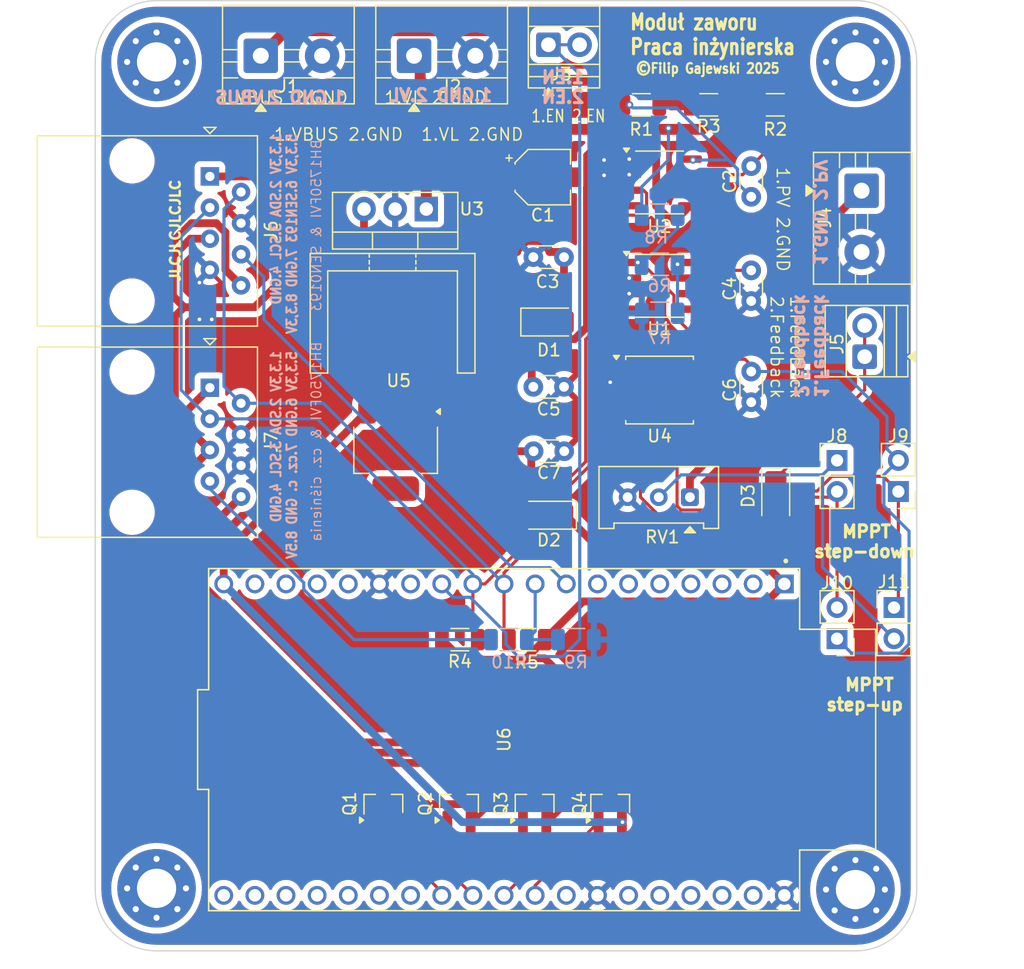
<source format=kicad_pcb>
(kicad_pcb (version 20241229) (generator "pcbnew") (generator_version "9.0")
  (layers (0 "F.Cu" signal) (2 "B.Cu" signal) (13 "F.Paste" user) (15 "B.Paste" user) (5 "F.SilkS" user "F.Silkscreen") (7 "B.SilkS" user "B.Silkscreen") (1 "F.Mask" user) (3 "B.Mask" user) (25 "Edge.Cuts" user))
  (net 0 "")
  (net 1 "Net-(U2-IN+)")
  (net 2 "Net-(U2-IN-)")
  (net 3 "Vref")
  (net 4 "GND")
  (net 5 "Net-(U1-REF)")
  (net 6 "+5V")
  (net 7 "Net-(D2-A)")
  (net 8 "+3.3V")
  (net 9 "PV")
  (net 10 "/SEN0193_WYJŚCIE")
  (net 11 "SCL")
  (net 12 "SDA")
  (net 13 "Net-(D3-A)")
  (net 14 "/Czujnik ciśnienia output")
  (net 15 "Net-(D3-K)")
  (net 16 "VBUS")
  (net 28 "Net-(Q1-S)")
  (net 39 "Net-(Q2-S)")
  (net 42 "Net-(D1-A)")
  (net 43 "VL")
  (net 45 "V_pot")
  (net 46 "Net-(J10-Pin_2)")
  (net 47 "Net-(J11-Pin_1)")
  (net 48 "Net-(Q3-S)")
  (net 49 "Net-(Q4-S)")
  (net 50 "BH1750(1)_POWER")
  (net 51 "SEN193_POWER")
  (net 52 "czujnik_cisnienia_POWER")
  (net 53 "BH1750(2)_POWER")
  (net 54 "Net-(J3-Pin_1)")
  (net 55 "Net-(J7-Pad7)")
  (footprint "Connector_PinHeader_2.54mm:PinHeader_1x02_P2.54mm_Vertical" (layer "F.Cu") (at 233 94.54 180)
    (property "Reference" "J9")
    (property "Value" "Conn_01x02_Pin")
  )
  (footprint "TerminalBlock:TerminalBlock_MaiXu_MX126-5.0-02P_1x02_P5.00mm" (layer "F.Cu") (at 181 59)
    (property "Reference" "J1")
    (property "Value" "Screw_Terminal_01x02")
  )
  (footprint "Package_TO_SOT_THT:TO-220-3_Vertical" (layer "F.Cu") (at 194.5 71.5 180)
    (property "Reference" "U3")
    (property "Value" "L7805")
  )
  (footprint "Package_SO:SOIC-8_3.9x4.9mm_P1.27mm" (layer "F.Cu") (at 213.525 69.33)
    (property "Reference" "U2")
    (property "Value" "INA219AxD")
  )
  (footprint "Resistor_SMD:R_1206_3216Metric" (layer "F.Cu") (at 197.2375 106.61875)
    (property "Reference" "R4")
    (property "Value" "3k3")
  )
  (footprint "Connector_PinHeader_2.54mm:PinHeader_1x02_P2.54mm_Vertical" (layer "F.Cu") (at 228 92)
    (property "Reference" "J8")
    (property "Value" "Conn_01x02_Pin")
  )
  (footprint "Connector_PinHeader_2.54mm:PinHeader_1x02_P2.54mm_Vertical" (layer "F.Cu") (at 228 106.54 180)
    (property "Reference" "J10")
    (property "Value" "Conn_01x02_Pin")
  )
  (footprint "MountingHole:MountingHole_3.2mm_M3_Pad_Via" (layer "F.Cu") (at 172.5 59.5)
    (property "Reference" "REF**" (hide yes))
    (property "Value" "MountingHole_3.2mm_M3_Pad_Via")
  )
  (footprint "Capacitor_THT:C_Disc_D3.0mm_W1.6mm_P2.50mm" (layer "F.Cu") (at 221 70.5 90)
    (property "Reference" "C2")
    (property "Value" "0.1u")
  )
  (footprint "Package_TO_SOT_SMD:SOT-23_Handsoldering" (layer "F.Cu") (at 209.5 120 90)
    (property "Reference" "Q4")
    (property "Value" "DN2540N5-G")
  )
  (footprint "ESP32:MODULE_ESP32-DEVKITC" (layer "F.Cu") (at 200.85 114.7725 -90)
    (property "Reference" "U6")
    (property "Value" "ESP32-DEVKITC")
  )
  (footprint "Package_TO_SOT_SMD:SOT-223" (layer "F.Cu") (at 192 91.15 -90)
    (property "Reference" "U5")
    (property "Value" "LD1117S33TR_SOT223")
  )
  (footprint "TerminalBlock:TerminalBlock_Xinya_XY308-2.54-2P_1x02_P2.54mm_Horizontal" (layer "F.Cu") (at 230.25 83.54 90)
    (property "Reference" "J5")
    (property "Value" "Screw_Terminal_01x02")
  )
  (footprint "Resistor_SMD:R_1206_3216Metric" (layer "F.Cu") (at 202.7 106.61875 180)
    (property "Reference" "R5")
    (property "Value" "3k3")
  )
  (footprint "Package_TO_SOT_SMD:SOT-23_Handsoldering" (layer "F.Cu") (at 203.333333 120 90)
    (property "Reference" "Q3")
    (property "Value" "DN2540N5-G")
  )
  (footprint "Capacitor_THT:C_Disc_D3.0mm_W1.6mm_P2.50mm" (layer "F.Cu") (at 205.73 75.422 180)
    (property "Reference" "C3")
    (property "Value" "0.1u")
  )
  (footprint "Connector_RJ:RJ45_Amphenol_54602-x08_Horizontal" (layer "F.Cu") (at 176.85 86.07 -90)
    (property "Reference" "J7")
    (property "Value" "RJ45")
  )
  (footprint "MountingHole:MountingHole_3.2mm_M3_Pad_Via" (layer "F.Cu") (at 229.5 59.5)
    (property "Reference" "REF**" (hide yes))
    (property "Value" "MountingHole_3.2mm_M3_Pad_Via")
  )
  (footprint "Resistor_SMD:R_1206_3216Metric" (layer "F.Cu") (at 217.5375 63)
    (property "Reference" "R3")
    (property "Value" "0R1")
  )
  (footprint "Potentiometer_THT:Potentiometer_Bourns_3386W_Horizontal" (layer "F.Cu") (at 216 95 180)
    (property "Reference" "RV1")
    (property "Value" "R_Potentiometer")
  )
  (footprint "TerminalBlock:TerminalBlock_MaiXu_MX126-5.0-02P_1x02_P5.00mm" (layer "F.Cu") (at 193.5 59)
    (property "Reference" "J2")
    (property "Value" "Screw_Terminal_01x02")
  )
  (footprint "Resistor_SMD:R_1206_3216Metric" (layer "F.Cu") (at 212.0375 63 180)
    (property "Reference" "R1")
    (property "Value" "10")
  )
  (footprint "Heatsink:Heatsink_Stonecold_HS-S02_13.21x9.53mm" (layer "F.Cu") (at 191.75 75.235)
    (property "Reference" "REF**" (hide yes))
    (property "Value" "Heatsink_Stonecold_HS-S02_13.21x9.53mm")
  )
  (footprint "Diode_SMD:D_1206_3216Metric" (layer "F.Cu") (at 204.46 96.47 180)
    (property "Reference" "D2")
    (property "Value" "D_Schottky" (hide yes))
  )
  (footprint "Capacitor_THT:C_Disc_D3.0mm_W1.6mm_P2.50mm" (layer "F.Cu") (at 221 84.75 -90)
    (property "Reference" "C6")
    (property "Value" "100n")
  )
  (footprint "MountingHole:MountingHole_3.2mm_M3_Pad_Via" (layer "F.Cu") (at 172.5 126.9)
    (property "Reference" "REF**" (hide yes))
    (property "Value" "MountingHole_3.2mm_M3_Pad_Via")
  )
  (footprint "TerminalBlock:TerminalBlock_Xinya_XY308-2.54-2P_1x02_P2.54mm_Horizontal" (layer "F.Cu") (at 204.46 58.1)
    (property "Reference" "J3")
    (property "Value" "Screw_Terminal_01x02")
  )
  (footprint "Package_SO:SOIC-8_3.9x4.9mm_P1.27mm" (layer "F.Cu") (at 213.525 77.761667)
    (property "Reference" "U1")
    (property "Value" "TL431D")
  )
  (footprint "Connector_PinHeader_2.54mm:PinHeader_1x02_P2.54mm_Vertical" (layer "F.Cu") (at 232.645 104)
    (property "Reference" "J11")
    (property "Value" "Conn_01x02_Pin")
  )
  (footprint "Package_SO:SOIC-8_5.3x5.3mm_P1.27mm" (layer "F.Cu") (at 213.525 86.263333)
    (property "Reference" "U4")
    (property "Value" "TLV172IDCK")
  )
  (footprint "TerminalBlock:TerminalBlock_MaiXu_MX126-5.0-02P_1x02_P5.00mm" (layer "F.Cu") (at 230 70 -90)
    (property "Reference" "J4")
    (property "Value" "Screw_Terminal_01x02")
  )
  (footprint "Diode_SMD:D_1206_3216Metric" (layer "F.Cu") (at 223 94.9 -90)
    (property "Reference" "D3")
    (property "Value" "D_Schottky")
  )
  (footprint "Capacitor_THT:C_Disc_D3.0mm_W1.6mm_P2.50mm" (layer "F.Cu") (at 203.25 91.25)
    (property "Reference" "C7")
    (property "Value" "0.1u")
  )
  (footprint "Capacitor_THT:C_Disc_D3.0mm_W1.6mm_P2.50mm" (layer "F.Cu") (at 203.23 86)
    (property "Reference" "C5")
    (property "Value" "0.1u")
  )
  (footprint "Package_TO_SOT_SMD:SOT-23_Handsoldering" (layer "F.Cu") (at 191 120 90)
    (property "Reference" "Q1")
    (property "Value" "DN2540N5-G")
  )
  (footprint "Diode_SMD:D_1206_3216Metric" (layer "F.Cu") (at 204.5 80.714)
    (property "Reference" "D1")
    (property "Value" "D_Schottky")
  )
  (footprint "MountingHole:MountingHole_3.2mm_M3_Pad_Via" (layer "F.Cu") (at 229.5 127)
    (property "Reference" "REF**" (hide yes))
    (property "Value" "MountingHole_3.2mm_M3_Pad_Via")
  )
  (footprint "Package_TO_SOT_SMD:SOT-23_Handsoldering" (layer "F.Cu") (at 197.166667 120 90)
    (property "Reference" "Q2")
    (property "Value" "DN2540N5-G")
  )
  (footprint "Resistor_SMD:R_1206_3216Metric" (layer "F.Cu") (at 222.9625 63)
    (property "Reference" "R2")
    (property "Value" "10")
  )
  (footprint "Capacitor_SMD:CP_Elec_4x5.4" (layer "F.Cu") (at 204 68.9)
    (property "Reference" "C1")
    (property "Value" "0.33u")
  )
  (footprint "Capacitor_THT:C_Disc_D3.0mm_W1.6mm_P2.50mm" (layer "F.Cu") (at 221 76.5 -90)
    (property "Reference" "C4")
    (property "Value" "0.1u")
  )
  (footprint "Connector_RJ:RJ45_Amphenol_54602-x08_Horizontal" (layer "F.Cu") (at 176.85 68.84 -90)
    (property "Reference" "J6")
    (property "Value" "RJ45")
  )
  (footprint "Resistor_SMD:R_1206_3216Metric" (layer "B.Cu") (at 206.7 106.61875)
    (property "Reference" "R9")
    (property "Value" "R")
  )
  (footprint "Resistor_SMD:R_1206_3216Metric" (layer "B.Cu") (at 213.5375 80 180)
    (property "Reference" "R7")
    (property "Value" "10k")
  )
  (footprint "Resistor_SMD:R_1206_3216Metric" (layer "B.Cu") (at 213.5375 72)
    (property "Reference" "R8")
    (property "Value" "300R")
  )
  (footprint "Resistor_SMD:R_1206_3216Metric" (layer "B.Cu") (at 201.2375 106.61875)
    (property "Reference" "R10")
    (property "Value" "R")
  )
  (footprint "Resistor_SMD:R_1206_3216Metric" (layer "B.Cu") (at 213.525 76)
    (property "Reference" "R6")
    (property "Value" "10k")
  )
  (gr_arc (start 167.5 59.5) (mid 168.964466 55.964466) (end 172.5 54.5) (stroke (width 0.1)) (layer "Edge.Cuts"))
  (gr_line (start 167.5 127) (end 167.5 59.5) (stroke (width 0.1)) (layer "Edge.Cuts"))
  (gr_line (start 229.5 132) (end 172.5 132) (stroke (width 0.1)) (layer "Edge.Cuts"))
  (gr_arc (start 229.5 54.5) (mid 233.035534 55.964466) (end 234.5 59.5) (stroke (width 0.1)) (layer "Edge.Cuts"))
  (gr_line (start 234.5 59.5) (end 234.5 127) (stroke (width 0.1)) (layer "Edge.Cuts"))
  (gr_arc (start 172.5 132) (mid 168.964466 130.535534) (end 167.5 127) (stroke (width 0.1)) (layer "Edge.Cuts"))
  (gr_arc (start 234.5 127) (mid 233.035534 130.535534) (end 229.5 132) (stroke (width 0.1)) (layer "Edge.Cuts"))
  (gr_line (start 172.5 54.5) (end 229.5 54.5) (stroke (width 0.1)) (layer "Edge.Cuts"))
  (gr_text "©Filip Gajewski 2025" (at 211.5 60.5 0) (layer "F.SilkS") (effects (font (size 0.8 0.7) (thickness 0.175) (bold yes)) (justify left bottom)))
  (gr_text "JLCJLCJLCJLC" (at 174.5 77.5 90) (layer "F.SilkS") (effects (font (size 0.8 0.8) (thickness 0.2) (bold yes)) (justify left bottom)))
  (gr_text "Moduł zaworu\nPraca inżynierska \n" (at 211 59 0) (layer "F.SilkS") (effects (font (size 1.25 1) (thickness 0.25) (bold yes)) (justify left bottom)))
  (gr_text "1.EN 2.EN\n" (at 203 64.5 0) (layer "F.SilkS") (effects (font (size 1 0.8) (thickness 0.125)) (justify left bottom)))
  (gr_text "   MPPT \nstep-down" (at 226 100 0) (layer "F.SilkS") (effects (font (size 1 1) (thickness 0.25) (bold yes)) (justify left bottom)))
  (gr_text "1.VL 2.GND" (at 194 66 0) (layer "F.SilkS") (effects (font (size 1 1) (thickness 0.125)) (justify left bottom)))
  (gr_text "  MPPT \nstep-up" (at 227 112.5 0) (layer "F.SilkS") (effects (font (size 1 1) (thickness 0.25) (bold yes)) (justify left bottom)))
  (gr_text "1.VBUS 2.GND" (at 177.5 63 0) (layer "F.SilkS") (effects (font (size 1 1) (thickness 0.125)) (justify left bottom)))
  (gr_text "1.Feedback \n2.Feedback" (at 222.5 78.5 270) (layer "F.SilkS") (effects (font (size 1 1) (thickness 0.125)) (justify left bottom)))
  (gr_text "1.VL 2.GND" (at 191 63 0) (layer "F.SilkS") (effects (font (size 1 1) (thickness 0.125)) (justify left bottom)))
  (gr_text "1.VBUS 2.GND" (at 182 66 0) (layer "F.SilkS") (effects (font (size 1 1) (thickness 0.125)) (justify left bottom)))
  (gr_text "1.PV 2.GND" (at 223 68 270) (layer "F.SilkS") (effects (font (size 1 1) (thickness 0.125)) (justify left bottom)))
  (gr_text "1.GND 2.VL " (at 200 62.8 0) (layer "B.SilkS") (effects (font (size 1 1) (thickness 0.25) (bold yes)) (justify left bottom mirror)))
  (gr_text "BH1750FVI & SEN0193" (at 186 65.75 90) (layer "B.SilkS") (effects (font (size 0.8 0.8) (thickness 0.1)) (justify left bottom mirror)))
  (gr_text "1.GND 2.PV" (at 226 76.2 270) (layer "B.SilkS") (effects (font (size 1 1) (thickness 0.25) (bold yes)) (justify left bottom mirror)))
  (gr_text "1.3,3V 2.SDA 3.SCL 4.GND\n5.3,3V 6.GND 7.cz. c. GND 8.5V	\n" (at 184 83 90) (layer "B.SilkS") (effects (font (size 0.8 0.7) (thickness 0.175) (bold yes)) (justify left bottom mirror)))
  (gr_text "1.Feedback \n2.Feedback" (at 224.5 87 270) (layer "B.SilkS") (effects (font (size 1 1) (thickness 0.25) (bold yes)) (justify left bottom mirror)))
  (gr_text "1.GND 2.VBUS" (at 188 63 0) (layer "B.SilkS") (effects (font (size 1 1) (thickness 0.25) (bold yes)) (justify left bottom mirror)))
  (gr_text "1.3,3V 2.SDA 3.SCL 4.GND\n5.3,3V 6.SEN193 7.GND 8.3,3V	\n" (at 184 65.25 90) (layer "B.SilkS") (effects (font (size 0.8 0.7) (thickness 0.175) (bold yes)) (justify left bottom mirror)))
  (gr_text "BH1750FVI & cz. ciśnienia" (at 186 82.25 90) (layer "B.SilkS") (effects (font (size 0.8 0.8) (thickness 0.1)) (justify left bottom mirror)))
  (gr_text "1.EN\n2.EN" (at 207.5 62.95 0) (layer "B.SilkS") (effects (font (size 1 1) (thickness 0.25) (bold yes)) (justify left bottom mirror)))
  (via (at 211.075 63) (size 0.6) (drill 0.3) (layers "F.Cu" "B.Cu") (net 1))
  (via (at 216.25 67.5) (size 0.6) (drill 0.3) (layers "F.Cu" "B.Cu") (net 1))
  (segment (start 219.872 68.233873) (end 219.138127 67.5) (width 0.254) (layer "B.Cu") (net 1))
  (segment (start 214.888127 63.25) (end 219.872 68.233873) (width 0.254) (layer "B.Cu") (net 1))
  (segment (start 211.075 63) (end 211.325 63.25) (width 0.254) (layer "B.Cu") (net 1))
  (segment (start 211.325 63.25) (end 214.888127 63.25) (width 0.254) (layer "B.Cu") (net 1))
  (segment (start 219.138127 67.5) (end 216.25 67.5) (width 0.254) (layer "B.Cu") (net 1))
  (segment (start 219.872 69.372) (end 219.872 68.233873) (width 0.254) (layer "B.Cu") (net 1))
  (segment (start 221 70.5) (end 219.872 69.372) (width 0.254) (layer "B.Cu") (net 1))
  (segment (start 221 68) (end 220.305 68.695) (width 0.254) (layer "F.Cu") (net 2))
  (segment (start 221 68) (end 224.425 64.575) (width 0.254) (layer "F.Cu") (net 2))
  (segment (start 224.425 64.575) (end 224.425 63.575) (width 0.254) (layer "F.Cu") (net 2))
  (segment (start 220.305 68.695) (end 216 68.695) (width 0.254) (layer "F.Cu") (net 2))
  (segment (start 220.5 83.75) (end 218.25 83.75) (width 0.254) (layer "F.Cu") (net 3))
  (segment (start 214.697 80.018817) (end 214.697 78.528668) (width 0.254) (layer "F.Cu") (net 3))
  (segment (start 221 84.75) (end 221 84.25) (width 0.254) (layer "F.Cu") (net 3))
  (segment (start 211.75 75.856667) (end 211.05 75.856667) (width 0.254) (layer "F.Cu") (net 3))
  (segment (start 214.97285 80.294667) (end 214.697 80.018817) (width 0.254) (layer "F.Cu") (net 3))
  (segment (start 218.25 83.75) (end 214.97285 80.47285) (width 0.254) (layer "F.Cu") (net 3))
  (segment (start 214.697 78.528668) (end 212.024999 75.856667) (width 0.254) (layer "F.Cu") (net 3))
  (segment (start 211.05 75.856667) (end 212.024999 75.856667) (width 0.254) (layer "F.Cu") (net 3))
  (segment (start 212.024999 75.856667) (end 211.75 75.856667) (width 0.254) (layer "F.Cu") (net 3))
  (segment (start 221 84.25) (end 220.5 83.75) (width 0.254) (layer "F.Cu") (net 3))
  (segment (start 214.97285 80.47285) (end 214.97285 80.294667) (width 0.254) (layer "F.Cu") (net 3))
  (via (at 211.75 75.856667) (size 0.6) (drill 0.3) (layers "F.Cu" "B.Cu") (net 3))
  (segment (start 215 72) (end 215 73.0625) (width 0.254) (layer "B.Cu") (net 3))
  (segment (start 228.395 84.75) (end 232.0725 88.4275) (width 0.254) (layer "B.Cu") (net 3))
  (segment (start 231.822 93.178) (end 233 92) (width 0.254) (layer "B.Cu") (net 3))
  (segment (start 215 73.0625) (end 212.0625 76) (width 0.254) (layer "B.Cu") (net 3))
  (segment (start 232.0725 91) (end 232.0725 91.0725) (width 0.254) (layer "B.Cu") (net 3))
  (segment (start 229.178 107.718) (end 233.132944 107.718) (width 0.254) (layer "B.Cu") (net 3))
  (segment (start 228 106.54) (end 229.178 107.718) (width 0.254) (layer "B.Cu") (net 3))
  (segment (start 232.0725 88.4275) (end 232.0725 91) (width 0.254) (layer "B.Cu") (net 3))
  (segment (start 233.872 97.768) (end 231.822 95.718) (width 0.254) (layer "B.Cu") (net 3))
  (segment (start 233.132944 107.718) (end 233.872 106.978944) (width 0.254) (layer "B.Cu") (net 3))
  (segment (start 221 84.75) (end 228.395 84.75) (width 0.254) (layer "B.Cu") (net 3))
  (segment (start 233.872 106.978944) (end 233.872 97.768) (width 0.254) (layer "B.Cu") (net 3))
  (segment (start 232.0725 91.0725) (end 233 92) (width 0.254) (layer "B.Cu") (net 3))
  (segment (start 231.822 95.718) (end 231.822 93.178) (width 0.254) (layer "B.Cu") (net 3))
  (segment (start 209.9375 85.628333) (end 209.5 85.628333) (width 0.254) (layer "F.Cu") (net 4))
  (segment (start 209.125001 85.628333) (end 208.797 85.300332) (width 0.254) (layer "F.Cu") (net 4))
  (segment (start 209.9375 85.628333) (end 210.178174 85.628333) (width 0.254) (layer "F.Cu") (net 4))
  (segment (start 221 86.735159) (end 221 87.5) (width 0.254) (layer "F.Cu") (net 4))
  (segment (start 209.5 85.628333) (end 209.125001 85.628333) (width 0.254) (layer "F.Cu") (net 4))
  (segment (start 208.797 83.203) (end 209 83) (width 0.254) (layer "F.Cu") (net 4))
  (segment (start 208.797 85.300332) (end 208.797 83.203) (width 0.254) (layer "F.Cu") (net 4))
  (via (at 211.05 67.425) (size 0.6) (drill 0.3) (layers "F.Cu" "B.Cu") (net 4))
  (via (at 211.05 77.126667) (size 0.6) (drill 0.3) (layers "F.Cu" "B.Cu") (net 4))
  (via (at 177 80.5) (size 0.6) (drill 0.3) (layers "F.Cu" "B.Cu") (net 4))
  (via (at 209 68.75) (size 0.6) (drill 0.3) (layers "F.Cu" "B.Cu") (net 4))
  (via (at 209.5 85.628333) (size 0.6) (drill 0.3) (layers "F.Cu" "B.Cu") (net 4))
  (via (at 211.05 68.695) (size 0.6) (drill 0.3) (layers "F.Cu" "B.Cu") (net 4))
  (via (at 176 80.5) (size 0.6) (drill 0.3) (layers "F.Cu" "B.Cu") (net 4))
  (via (at 209 67.5) (size 0.6) (drill 0.3) (layers "F.Cu" "B.Cu") (net 4))
  (via (at 211.05 78.396667) (size 0.6) (drill 0.3) (layers "F.Cu" "B.Cu") (net 4))
  (via (at 176 77.5) (size 0.6) (drill 0.3) (layers "F.Cu" "B.Cu") (net 4))
  (segment (start 221 76.5) (end 216.643333 76.5) (width 0.254) (layer "F.Cu") (net 5))
  (segment (start 216.643333 76.5) (end 216 75.856667) (width 0.254) (layer "F.Cu") (net 5))
  (via (at 214.9875 76) (size 0.6) (drill 0.3) (layers "F.Cu" "B.Cu") (net 5))
  (segment (start 214.9875 76) (end 214.9875 79.9875) (width 0.254) (layer "B.Cu") (net 5))
  (segment (start 214.9875 79.9875) (end 215 80) (width 0.254) (layer "B.Cu") (net 5))
  (segment (start 212.25 66) (end 208.75 66) (width 0.635) (layer "F.Cu") (net 6))
  (segment (start 206.60025 82.1075) (end 204.4935 82.1075) (width 0.635) (layer "F.Cu") (net 6))
  (segment (start 203.1 80.714) (end 203.1 85.87) (width 0.635) (layer "F.Cu") (net 6))
  (segment (start 203.1 80.714) (end 196.986 80.714) (width 0.635) (layer "F.Cu") (net 6))
  (segment (start 207.6045 81.10325) (end 206.60025 82.1075) (width 0.635) (layer "F.Cu") (net 6))
  (segment (start 177.98 99.67925) (end 189.65925 88) (width 0.635) (layer "F.Cu") (net 6))
  (segment (start 207.6185 69.77525) (end 207.6045 69.78925) (width 0.635) (layer "F.Cu") (net 6))
  (segment (start 196.986 80.714) (end 189.7 88) (width 0.635) (layer "F.Cu") (net 6))
  (segment (start 177.98 102.0725) (end 177.98 99.67925) (width 0.635) (layer "F.Cu") (net 6))
  (segment (start 214.985 72.25) (end 214.25 72.25) (width 0.635) (layer "F.Cu") (net 6))
  (segment (start 203.1 85.87) (end 203.23 86) (width 0.635) (layer "F.Cu") (net 6))
  (segment (start 189.65925 88) (end 189.7 88) (width 0.635) (layer "F.Cu") (net 6))
  (segment (start 204.4935 82.1075) (end 203.1 80.714) (width 0.635) (layer "F.Cu") (net 6))
  (segment (start 208.75 66) (end 207.6185 67.1315) (width 0.635) (layer "F.Cu") (net 6))
  (segment (start 216 71.235) (end 214.985 72.25) (width 0.635) (layer "F.Cu") (net 6))
  (segment (start 207.6185 67.1315) (end 207.6185 69.77525) (width 0.635) (layer "F.Cu") (net 6))
  (segment (start 213.25 71.25) (end 213.25 67) (width 0.635) (layer "F.Cu") (net 6))
  (segment (start 214.25 72.25) (end 213.25 71.25) (width 0.635) (layer "F.Cu") (net 6))
  (segment (start 213.25 67) (end 212.25 66) (width 0.635) (layer "F.Cu") (net 6))
  (segment (start 207.6045 69.78925) (end 207.6045 81.10325) (width 0.635) (layer "F.Cu") (net 6))
  (via (at 210.5 121.5) (size 0.6) (drill 0.3) (layers "F.Cu" "B.Cu") (net 6))
  (segment (start 177.98 102.0725) (end 197.4075 121.5) (width 0.635) (layer "B.Cu") (net 6))
  (segment (start 197.4075 121.5) (end 210.5 121.5) (width 0.635) (layer "B.Cu") (net 6))
  (segment (start 203.06 96.47) (end 203.06 91.44) (width 0.635) (layer "F.Cu") (net 7))
  (segment (start 203.06 91.44) (end 203.25 91.25) (width 0.635) (layer "F.Cu") (net 7))
  (segment (start 192 88) (end 195.25 91.25) (width 0.635) (layer "F.Cu") (net 7))
  (segment (start 195.25 91.25) (end 203.25 91.25) (width 0.635) (layer "F.Cu") (net 7))
  (segment (start 211.5 115.5) (end 204.140625 108.140625) (width 0.635) (layer "F.Cu") (net 8))
  (segment (start 204.140625 108.140625) (end 202.640625 108.140625) (width 0.635) (layer "F.Cu") (net 8))
  (segment (start 204.283333 121.5) (end 205.751833 120.0315) (width 0.635) (layer "F.Cu") (net 8))
  (segment (start 199.585167 120.0315) (end 203.764833 120.0315) (width 0.635) (layer "F.Cu") (net 8))
  (segment (start 198.116667 120.55) (end 197.598167 120.0315) (width 0.635) (layer "F.Cu") (net 8))
  (segment (start 205.751833 120.0315) (end 209.9685 120.0315) (width 0.635) (layer "F.Cu") (net 8))
  (segment (start 198.116667 121.5) (end 199.585167 120.0315) (width 0.635) (layer "F.Cu") (net 8))
  (segment (start 195.775 106.61875) (end 197.412375 108.256125) (width 0.635) (layer "F.Cu") (net 8))
  (segment (start 198.116667 121.5) (end 198.116667 120.55) (width 0.635) (layer "F.Cu") (net 8))
  (segment (start 204.283333 120.55) (end 204.283333 121.5) (width 0.635) (layer "F.Cu") (net 8))
  (segment (start 211.5 118.5) (end 211.5 115.5) (width 0.635) (layer "F.Cu") (net 8))
  (segment (start 223.7 102.0725) (end 222.2725 103.5) (width 0.635) (layer "F.Cu") (net 8))
  (segment (start 202.525125 108.256125) (end 198.756125 108.256125) (width 0.635) (layer "F.Cu") (net 8))
  (segment (start 222.2725 103.5) (end 207.28125 103.5) (width 0.635) (layer "F.Cu") (net 8))
  (segment (start 203.764833 120.0315) (end 204.283333 120.55) (width 0.635) (layer "F.Cu") (net 8))
  (segment (start 202.640625 108.140625) (end 202.525125 108.256125) (width 0.635) (layer "F.Cu") (net 8))
  (segment (start 223.7 102.0725) (end 220.6275 99) (width 0.635) (layer "F.Cu") (net 8))
  (segment (start 197.598167 120.0315) (end 193.4185 120.0315) (width 0.635) (layer "F.Cu") (net 8))
  (segment (start 207.28125 103.5) (end 204.1625 106.61875) (width 0.635) (layer "F.Cu") (net 8))
  (segment (start 204.1625 106.61875) (end 202.640625 108.140625) (width 0.635) (layer "F.Cu") (net 8))
  (segment (start 191.95 121.5) (end 193.4185 120.0315) (width 0.635) (layer "F.Cu") (net 8))
  (segment (start 209.9685 120.0315) (end 211.5 118.5) (width 0.635) (layer "F.Cu") (net 8))
  (segment (start 208.39 99) (end 205.86 96.47) (width 0.635) (layer "F.Cu") (net 8))
  (segment (start 220.6275 99) (end 208.39 99) (width 0.635) (layer "F.Cu") (net 8))
  (segment (start 197.412375 108.256125) (end 198.756125 108.256125) (width 0.635) (layer "F.Cu") (net 8))
  (segment (start 223.512784 90.25) (end 219.194167 90.25) (width 0.635) (layer "F.Cu") (net 9))
  (segment (start 217.1125 88.168333) (end 219.194167 90.25) (width 0.635) (layer "F.Cu") (net 9))
  (segment (start 225 88.762784) (end 223.512784 90.25) (width 0.635) (layer "F.Cu") (net 9))
  (segment (start 230 70) (end 225 75) (width 0.635) (layer "F.Cu") (net 9))
  (segment (start 225 75) (end 225 88.762784) (width 0.635) (layer "F.Cu") (net 9))
  (segment (start 216 93.444167) (end 216 95) (width 0.635) (layer "F.Cu") (net 9))
  (segment (start 219.194167 90.25) (end 216 93.444167) (width 0.635) (layer "F.Cu") (net 9))
  (segment (start 205.92 101.72) (end 205.92 102.0725) (width 0.254) (layer "B.Cu") (net 10))
  (segment (start 181.25 77.05) (end 179.39 75.19) (width 0.254) (layer "B.Cu") (net 10))
  (segment (start 204.5975 100.75) (end 201.5 100.75) (width 0.254) (layer "B.Cu") (net 10))
  (segment (start 181.25 80.5) (end 181.25 77.05) (width 0.254) (layer "B.Cu") (net 10))
  (segment (start 201.5 100.75) (end 181.25 80.5) (width 0.254) (layer "B.Cu") (net 10))
  (segment (start 205.92 102.0725) (end 204.5975 100.75) (width 0.254) (layer "B.Cu") (net 10))
  (segment (start 208.25 81.370624) (end 208.25 72.75) (width 0.254) (layer "F.Cu") (net 11))
  (segment (start 199.281842 102.0725) (end 204.295 97.059342) (width 0.254) (layer "F.Cu") (net 11))
  (segment (start 209.765 71.235) (end 211.05 71.235) (width 0.254) (layer "F.Cu") (net 11))
  (segment (start 204.295 95.311533) (end 207.5 92.106533) (width 0.254) (layer "F.Cu") (net 11))
  (segment (start 207.5 92.106533) (end 207.5 82.120624) (width 0.254) (layer "F.Cu") (net 11))
  (segment (start 204.295 97.059342) (end 204.295 95.311533) (width 0.254) (layer "F.Cu") (net 11))
  (segment (start 207.5 82.120624) (end 208.25 81.370624) (width 0.254) (layer "F.Cu") (net 11))
  (segment (start 208.25 72.75) (end 209.765 71.235) (width 0.254) (layer "F.Cu") (net 11))
  (segment (start 198.3 102.0725) (end 198.3 106.21875) (width 0.254) (layer "F.Cu") (net 11))
  (segment (start 198.3 102.0725) (end 199.281842 102.0725) (width 0.254) (layer "F.Cu") (net 11))
  (segment (start 198.3 106.21875) (end 198.7 106.61875) (width 0.254) (layer "F.Cu") (net 11))
  (segment (start 185.61 88.61) (end 198.3 101.3) (width 0.254) (layer "B.Cu") (net 11))
  (segment (start 176.85 88.61) (end 174.5 86.26) (width 0.254) (layer "B.Cu") (net 11))
  (segment (start 174.5 73.73) (end 176.85 71.38) (width 0.254) (layer "B.Cu") (net 11))
  (segment (start 198.3 101.3) (end 198.3 102.0725) (width 0.254) (layer "B.Cu") (net 11))
  (segment (start 176.85 88.61) (end 185.61 88.61) (width 0.254) (layer "B.Cu") (net 11))
  (segment (start 174.5 86.26) (end 174.5 73.73) (width 0.254) (layer "B.Cu") (net 11))
  (segment (start 212.470075 71.470075) (end 211.94015 72) (width 0.254) (layer "F.Cu") (net 12))
  (segment (start 212.470075 70.220075) (end 212.470075 71.470075) (width 0.254) (layer "F.Cu") (net 12))
  (segment (start 207.955 92.295001) (end 204.75 95.5) (width 0.254) (layer "F.Cu") (net 12))
  (segment (start 209.75 72) (end 208.705 73.045) (width 0.254) (layer "F.Cu") (net 12))
  (segment (start 211.94015 72) (end 209.75 72) (width 0.254) (layer "F.Cu") (net 12))
  (segment (start 200.84 102.0725) (end 200.84 106.22125) (width 0.254) (layer "F.Cu") (net 12))
  (segment (start 204.75 95.5) (end 204.75 97.24781) (width 0.254) (layer "F.Cu") (net 12))
  (segment (start 204.75 97.24781) (end 200.84 101.15781) (width 0.254) (layer "F.Cu") (net 12))
  (segment (start 200.84 106.22125) (end 201.2375 106.61875) (width 0.254) (layer "F.Cu") (net 12))
  (segment (start 200.84 101.15781) (end 200.84 102.0725) (width 0.254) (layer "F.Cu") (net 12))
  (segment (start 208.705 73.045) (end 208.705 81.559092) (width 0.254) (layer "F.Cu") (net 12))
  (segment (start 211.05 69.965) (end 212.215 69.965) (width 0.254) (layer "F.Cu") (net 12))
  (segment (start 208.705 81.559092) (end 207.955 82.309092) (width 0.254) (layer "F.Cu") (net 12))
  (segment (start 207.955 82.309092) (end 207.955 92.295001) (width 0.254) (layer "F.Cu") (net 12))
  (segment (start 212.215 69.965) (end 212.470075 70.220075) (width 0.254) (layer "F.Cu") (net 12))
  (segment (start 186.1075 87.34) (end 179.39 87.34) (width 0.254) (layer "B.Cu") (net 12))
  (segment (start 179.39 87.34) (end 178 85.95) (width 0.254) (layer "B.Cu") (net 12))
  (segment (start 186.1075 87.34) (end 200.84 102.0725) (width 0.254) (layer "B.Cu") (net 12))
  (segment (start 178 71.5) (end 179.39 70.11) (width 0.254) (layer "B.Cu") (net 12))
  (segment (start 178 85.95) (end 178 71.5) (width 0.254) (layer "B.Cu") (net 12))
  (segment (start 210.5 97.25) (end 222.05 97.25) (width 0.254) (layer "F.Cu") (net 13))
  (segment (start 209.25 96) (end 210.5 97.25) (width 0.254) (layer "F.Cu") (net 13))
  (segment (start 209.9375 88.168333) (end 209.25 88.855833) (width 0.254) (layer "F.Cu") (net 13))
  (segment (start 209.25 88.855833) (end 209.25 96) (width 0.254) (layer "F.Cu") (net 13))
  (segment (start 222.05 97.25) (end 223 96.3) (width 0.254) (layer "F.Cu") (net 13))
  (segment (start 203.38 105.93875) (end 202.7 106.61875) (width 0.254) (layer "B.Cu") (net 14))
  (segment (start 203.38 102.0725) (end 203.38 105.93875) (width 0.254) (layer "B.Cu") (net 14))
  (segment (start 205.2375 106.61875) (end 202.7 106.61875) (width 0.254) (layer "B.Cu") (net 14))
  (segment (start 230.25 86.25) (end 230.25 83.54) (width 0.254) (layer "F.Cu") (net 15))
  (segment (start 223 93.5) (end 230.25 86.25) (width 0.254) (layer "F.Cu") (net 15))
  (segment (start 230.25 81) (end 230.25 83.54) (width 0.254) (layer "F.Cu") (net 15))
  (segment (start 199.847274 56.9545) (end 183.0455 56.9545) (width 0.889) (layer "F.Cu") (net 16))
  (segment (start 183.0455 56.9545) (end 181 59) (width 0.889) (layer "F.Cu") (net 16))
  (segment (start 214.5 63) (end 212.5 61) (width 0.889) (layer "F.Cu") (net 16))
  (segment (start 216.075 63) (end 214.5 63) (width 0.889) (layer "F.Cu") (net 16))
  (segment (start 212.5 61) (end 203.892774 61) (width 0.889) (layer "F.Cu") (net 16))
  (segment (start 203.892774 61) (end 199.847274 56.9545) (width 0.889) (layer "F.Cu") (net 16))
  (segment (start 173.164 79.899217) (end 173.5 79.563218) (width 0.635) (layer "F.Cu") (net 28))
  (segment (start 191 118.5) (end 189.04551 118.5) (width 0.635) (layer "F.Cu") (net 28))
  (segment (start 175.3485 72.6515) (end 177.37543 72.6515) (width 0.635) (layer "F.Cu") (net 28))
  (segment (start 178.1185 76.4585) (end 179.39 77.73) (width 0.635) (layer "F.Cu") (net 28))
  (segment (start 173.5 79.436782) (end 173 78.936782) (width 0.635) (layer "F.Cu") (net 28))
  (segment (start 178.1185 73.39457) (end 178.1185 76.4585) (width 0.635) (layer "F.Cu") (net 28))
  (segment (start 173.5 79.563218) (end 173.5 79.436782) (width 0.635) (layer "F.Cu") (net 28))
  (segment (start 177.37543 72.6515) (end 178.1185 73.39457) (width 0.635) (layer "F.Cu") (net 28))
  (segment (start 173 75) (end 175.3485 72.6515) (width 0.635) (layer "F.Cu") (net 28))
  (segment (start 189.04551 118.5) (end 173.164 102.61849) (width 0.635) (layer "F.Cu") (net 28))
  (segment (start 173.164 102.61849) (end 173.164 79.899217) (width 0.635) (layer "F.Cu") (net 28))
  (segment (start 173 78.936782) (end 173 75) (width 0.635) (layer "F.Cu") (net 28))
  (segment (start 180.5 79.5) (end 174.7455 79.5) (width 0.635) (layer "F.Cu") (net 39))
  (segment (start 182.5 77.5) (end 180.5 79.5) (width 0.635) (layer "F.Cu") (net 39))
  (segment (start 197.166667 118.5) (end 195.338667 116.672) (width 0.635) (layer "F.Cu") (net 39))
  (segment (start 174 102.272208) (end 174 80.2455) (width 0.635) (layer "F.Cu") (net 39))
  (segment (start 195.338667 116.672) (end 188.39979 116.672) (width 0.635) (layer "F.Cu") (net 39))
  (segment (start 188.39979 116.672) (end 174 102.272208) (width 0.635) (layer "F.Cu") (net 39))
  (segment (start 182.5 70.5) (end 182.5 77.5) (width 0.635) (layer "F.Cu") (net 39))
  (segment (start 180.84 68.84) (end 182.5 70.5) (width 0.635) (layer "F.Cu") (net 39))
  (segment (start 173.836 75.346282) (end 175.262282 73.92) (width 0.635) (layer "F.Cu") (net 39))
  (segment (start 175.262282 73.92) (end 176.85 73.92) (width 0.635) (layer "F.Cu") (net 39))
  (segment (start 174 80.2455) (end 174.7455 79.5) (width 0.635) (layer "F.Cu") (net 39))
  (segment (start 174.7455 79.5) (end 173.836 78.5905) (width 0.635) (layer "F.Cu") (net 39))
  (segment (start 176.85 68.84) (end 180.84 68.84) (width 0.635) (layer "F.Cu") (net 39))
  (segment (start 173.836 78.5905) (end 173.836 75.346282) (width 0.635) (layer "F.Cu") (net 39))
  (segment (start 201.9115 75) (end 191.25 75) (width 0.635) (layer "F.Cu") (net 42))
  (segment (start 205.308 75) (end 204.5485 75) (width 0.635) (layer "F.Cu") (net 42))
  (segment (start 202.683859 74.1035) (end 201.9115 74.875859) (width 0.635) (layer "F.Cu") (net 42))
  (segment (start 191.25 75) (end 189.42 73.17) (width 0.635) (layer "F.Cu") (net 42))
  (segment (start 204.5485 74.875859) (end 203.776141 74.1035) (width 0.635) (layer "F.Cu") (net 42))
  (segment (start 204.5485 75) (end 204.5485 74.875859) (width 0.635) (layer "F.Cu") (net 42))
  (segment (start 201.9115 74.875859) (end 201.9115 75) (width 0.635) (layer "F.Cu") (net 42))
  (segment (start 189.42 73.17) (end 189.42 71.5) (width 0.635) (layer "F.Cu") (net 42))
  (segment (start 205.73 75.422) (end 205.308 75) (width 0.635) (layer "F.Cu") (net 42))
  (segment (start 203.776141 74.1035) (end 202.683859 74.1035) (width 0.635) (layer "F.Cu") (net 42))
  (segment (start 205.73 80.544) (end 205.9 80.714) (width 0.635) (layer "F.Cu") (net 42))
  (segment (start 205.73 75.422) (end 205.73 80.544) (width 0.635) (layer "F.Cu") (net 42))
  (segment (start 194.5 62) (end 194.5 61.5) (width 0.889) (layer "F.Cu") (net 43))
  (segment (start 194.5 71.5) (end 194.5 62) (width 0.889) (layer "F.Cu") (net 43))
  (segment (start 194 61) (end 194 59) (width 0.889) (layer "F.Cu") (net 43))
  (segment (start 194.5 61.5) (end 198.375 65.375) (width 0.889) (layer "F.Cu") (net 43))
  (segment (start 206.1 65) (end 202.2 68.9) (width 0.889) (layer "F.Cu") (net 43))
  (segment (start 194.5 61.5) (end 194 61) (width 0.889) (layer "F.Cu") (net 43))
  (segment (start 217 65) (end 206.1 65) (width 0.889) (layer "F.Cu") (net 43))
  (segment (start 202.2 68.9) (end 201.9 68.9) (width 0.889) (layer "F.Cu") (net 43))
  (segment (start 201.9 68.9) (end 198.375 65.375) (width 0.889) (layer "F.Cu") (net 43))
  (segment (start 219 63) (end 217 65) (width 0.889) (layer "F.Cu") (net 43))
  (segment (start 219 63) (end 222.075 63) (width 0.889) (layer "F.Cu") (net 43))
  (via (at 214.25 64.9) (size 0.6) (drill 0.3) (layers "F.Cu" "B.Cu") (net 43))
  (segment (start 212.075 69.675) (end 212.075 72) (width 0.254) (layer "B.Cu") (net 43))
  (segment (start 214.25 64.885856) (end 214.25 64.9) (width 0.254) (layer "B.Cu") (net 43))
  (segment (start 214.25 67.5) (end 212.075 69.675) (width 0.254) (layer "B.Cu") (net 43))
  (segment (start 214.25 64.9) (end 214.25 67.5) (width 0.254) (layer "B.Cu") (net 43))
  (segment (start 215.282 93.178) (end 226.822 93.178) (width 0.254) (layer "B.Cu") (net 45))
  (segment (start 226.822 93.178) (end 228 92) (width 0.254) (layer "B.Cu") (net 45))
  (segment (start 232.645 106.54) (end 226.822 100.717) (width 0.254) (layer "B.Cu") (net 45))
  (segment (start 226.822 100.717) (end 226.822 93.178) (width 0.254) (layer "B.Cu") (net 45))
  (segment (start 213.46 95) (end 215.282 93.178) (width 0.254) (layer "B.Cu") (net 45))
  (segment (start 218.524126 96.795) (end 220.319126 95) (width 0.254) (layer "F.Cu") (net 46))
  (segment (start 228 94.54) (end 228 104) (width 0.254) (layer "F.Cu") (net 46))
  (segment (start 213.772904 96.795) (end 218.524126 96.795) (width 0.254) (layer "F.Cu") (net 46))
  (segment (start 211.968 88.473833) (end 211.968 94.990096) (width 0.254) (layer "F.Cu") (net 46))
  (segment (start 211.968 94.990096) (end 213.772904 96.795) (width 0.254) (layer "F.Cu") (net 46))
  (segment (start 227.54 95) (end 228 94.54) (width 0.254) (layer "F.Cu") (net 46))
  (segment (start 210.3925 86.898333) (end 211.968 88.473833) (width 0.254) (layer "F.Cu") (net 46))
  (segment (start 209.9375 86.898333) (end 209.148333 86.898333) (width 0.254) (layer "F.Cu") (net 46))
  (segment (start 220.319126 95) (end 227.54 95) (width 0.254) (layer "F.Cu") (net 46))
  (segment (start 233 94.54) (end 233 103.645) (width 0.254) (layer "F.Cu") (net 47))
  (segment (start 209.9375 84.358333) (end 210.749999 84.358333) (width 0.254) (layer "F.Cu") (net 47))
  (segment (start 220.175658 94.5) (end 226.374056 94.5) (width 0.254) (layer "F.Cu") (net 47))
  (segment (start 232.645 94.895) (end 233 94.54) (width 0.254) (layer "F.Cu") (net 47))
  (segment (start 227.574056 93.3) (end 231.675 93.3) (width 0.254) (layer "F.Cu") (net 47))
  (segment (start 214.952 88.560334) (end 214.952 95.716342) (width 0.254) (layer "F.Cu") (net 47))
  (segment (start 231.822 93.362) (end 233 94.54) (width 0.254) (layer "F.Cu") (net 47))
  (segment (start 210.749999 84.358333) (end 214.952 88.560334) (width 0.254) (layer "F.Cu") (net 47))
  (segment (start 226.374056 94.5) (end 227.574056 93.3) (width 0.254) (layer "F.Cu") (net 47))
  (segment (start 215.283658 96.048) (end 218.627658 96.048) (width 0.254) (layer "F.Cu") (net 47))
  (segment (start 218.627658 96.048) (end 220.175658 94.5) (width 0.254) (layer "F.Cu") (net 47))
  (segment (start 233 103.645) (end 232.645 104) (width 0.254) (layer "F.Cu") (net 47))
  (segment (start 210.079167 84.5) (end 209.9375 84.358333) (width 0.254) (layer "F.Cu") (net 47))
  (segment (start 214.952 95.716342) (end 215.283658 96.048) (width 0.254) (layer "F.Cu") (net 47))
  (segment (start 174.836 93.164) (end 176.85 91.15) (width 0.635) (layer "F.Cu") (net 48))
  (segment (start 200.669333 115.836) (end 188.746073 115.836) (width 0.635) (layer "F.Cu") (net 48))
  (segment (start 174.836 88.084) (end 174.836 89.136) (width 0.635) (layer "F.Cu") (net 48))
  (segment (start 188.746073 115.836) (end 174.836 101.925926) (width 0.635) (layer "F.Cu") (net 48))
  (segment (start 174.836 101.925926) (end 174.836 93.164) (width 0.635) (layer "F.Cu") (net 48))
  (segment (start 174.836 89.136) (end 176.85 91.15) (width 0.635) (layer "F.Cu") (net 48))
  (segment (start 203.333333 118.5) (end 200.669333 115.836) (width 0.635) (layer "F.Cu") (net 48))
  (segment (start 176.85 86.07) (end 174.836 88.084) (width 0.635) (layer "F.Cu") (net 48))
  (segment (start 175.672 98.678) (end 179.39 94.96) (width 0.635) (layer "F.Cu") (net 49))
  (segment (start 203.038802 115) (end 189.092356 115) (width 0.635) (layer "F.Cu") (net 49))
  (segment (start 189.092356 115) (end 175.672 101.579644) (width 0.635) (layer "F.Cu") (net 49))
  (segment (start 206.538802 118.5) (end 209.5 118.5) (width 0.635) (layer "F.Cu") (net 49))
  (segment (start 206.538802 118.5) (end 203.038802 115) (width 0.635) (layer "F.Cu") (net 49))
  (segment (start 175.672 101.579644) (end 175.672 98.678) (width 0.635) (layer "F.Cu") (net 49))
  (segment (start 196.216667 121.5) (end 196.216667 125.389167) (width 0.254) (layer "F.Cu") (net 50))
  (segment (start 196.216667 125.389167) (end 198.3 127.4725) (width 0.254) (layer "F.Cu") (net 50))
  (segment (start 195.76 127.21) (end 195.76 127.4725) (width 0.254) (layer "F.Cu") (net 51))
  (segment (start 190.05 121.5) (end 195.76 127.21) (width 0.254) (layer "F.Cu") (net 51))
  (segment (start 203.38 126.67) (end 203.38 127.4725) (width 0.254) (layer "F.Cu") (net 52))
  (segment (start 208.55 121.5) (end 203.38 126.67) (width 0.254) (layer "F.Cu") (net 52))
  (segment (start 202.383333 125.929167) (end 200.84 127.4725) (width 0.254) (layer "F.Cu") (net 53))
  (segment (start 202.383333 121.5) (end 202.383333 125.929167) (width 0.254) (layer "F.Cu") (net 53))
  (segment (start 201 107) (end 201 106.081908) (width 0.254) (layer "B.Cu") (net 54))
  (segment (start 205.618092 108) (end 202 108) (width 0.254) (layer "B.Cu") (net 54))
  (segment (start 207 58.1) (end 204.46 58.1) (width 0.254) (layer "B.Cu") (net 54))
  (segment (start 204.6 58.1) (end 207.013 60.513) (width 0.254) (layer "B.Cu") (net 54))
  (segment (start 201 106.081908) (end 198.083592 103.1655) (width 0.254) (layer "B.Cu") (net 54))
  (segment (start 202 108) (end 201 107) (width 0.254) (layer "B.Cu") (net 54))
  (segment (start 204.46 58.1) (end 204.6 58.1) (width 0.254) (layer "B.Cu") (net 54))
  (segment (start 198.083592 103.1655) (end 196.6655 103.1655) (width 0.254) (layer "B.Cu") (net 54))
  (segment (start 207.013 106.605092) (end 205.618092 108) (width 0.254) (layer "B.Cu") (net 54))
  (segment (start 207.013 60.513) (end 207.013 106.605092) (width 0.254) (layer "B.Cu") (net 54))
  (segment (start 196.6655 103.1655) (end 196 102.5) (width 0.254) (layer "B.Cu") (net 54))
  (segment (start 176.85 93.69) (end 176.85 94.316764) (width 0.254) (layer "B.Cu") (net 55))
  (segment (start 188.600514 106.61875) (end 199.775 106.61875) (width 0.254) (layer "B.Cu") (net 55))
  (segment (start 184.507 101.973764) (end 184.507 102.525236) (width 0.254) (layer "B.Cu") (net 55))
  (segment (start 176.85 94.316764) (end 184.507 101.973764) (width 0.254) (layer "B.Cu") (net 55))
  (segment (start 184.507 102.525236) (end 188.600514 106.61875) (width 0.254) (layer "B.Cu") (net 55))
  (zone (net 4) (net_name "GND") (layers "F.Cu" "B.Cu") (connect_pads (clearance 0.5)) (min_thickness 0.25) (fill yes (thermal_gap 0.5) (thermal_bridge_width 0.5))
    (polygon (pts (xy 165.5 54.5) (xy 235.5 54.5) (xy 235 130.5) (xy 235 133) (xy 166 133.5)))
  )
)
</source>
